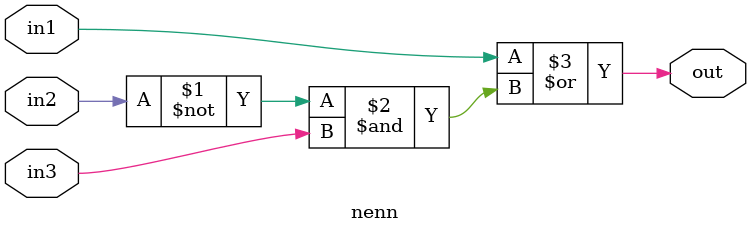
<source format=v>
`timescale 1ns / 1ps
module nenn(
    output out,
    input in1,
    input in2,
    input in3
    );
assign /*out  = ~(~in1 & in2) & in3;*/
out = in1 | ~in2 & in3;
endmodule

</source>
